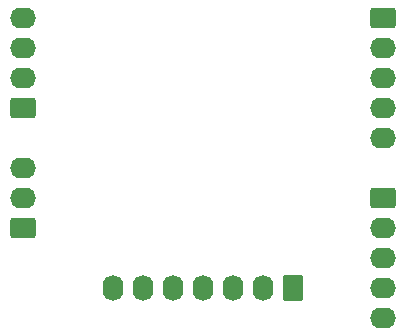
<source format=gbr>
G04 #@! TF.GenerationSoftware,KiCad,Pcbnew,7.0.10*
G04 #@! TF.CreationDate,2024-04-04T22:49:01-05:00*
G04 #@! TF.ProjectId,adapter,61646170-7465-4722-9e6b-696361645f70,rev?*
G04 #@! TF.SameCoordinates,Original*
G04 #@! TF.FileFunction,Soldermask,Bot*
G04 #@! TF.FilePolarity,Negative*
%FSLAX46Y46*%
G04 Gerber Fmt 4.6, Leading zero omitted, Abs format (unit mm)*
G04 Created by KiCad (PCBNEW 7.0.10) date 2024-04-04 22:49:01*
%MOMM*%
%LPD*%
G01*
G04 APERTURE LIST*
G04 Aperture macros list*
%AMRoundRect*
0 Rectangle with rounded corners*
0 $1 Rounding radius*
0 $2 $3 $4 $5 $6 $7 $8 $9 X,Y pos of 4 corners*
0 Add a 4 corners polygon primitive as box body*
4,1,4,$2,$3,$4,$5,$6,$7,$8,$9,$2,$3,0*
0 Add four circle primitives for the rounded corners*
1,1,$1+$1,$2,$3*
1,1,$1+$1,$4,$5*
1,1,$1+$1,$6,$7*
1,1,$1+$1,$8,$9*
0 Add four rect primitives between the rounded corners*
20,1,$1+$1,$2,$3,$4,$5,0*
20,1,$1+$1,$4,$5,$6,$7,0*
20,1,$1+$1,$6,$7,$8,$9,0*
20,1,$1+$1,$8,$9,$2,$3,0*%
G04 Aperture macros list end*
%ADD10RoundRect,0.250000X-0.845000X0.620000X-0.845000X-0.620000X0.845000X-0.620000X0.845000X0.620000X0*%
%ADD11O,2.190000X1.740000*%
%ADD12RoundRect,0.250000X0.620000X0.845000X-0.620000X0.845000X-0.620000X-0.845000X0.620000X-0.845000X0*%
%ADD13O,1.740000X2.190000*%
%ADD14RoundRect,0.250000X0.845000X-0.620000X0.845000X0.620000X-0.845000X0.620000X-0.845000X-0.620000X0*%
G04 APERTURE END LIST*
D10*
G04 #@! TO.C,J4*
X182880000Y-96520000D03*
D11*
X182880000Y-99060000D03*
X182880000Y-101600000D03*
X182880000Y-104140000D03*
X182880000Y-106680000D03*
G04 #@! TD*
D12*
G04 #@! TO.C,J5*
X175260000Y-104140000D03*
D13*
X172720000Y-104140000D03*
X170180000Y-104140000D03*
X167640000Y-104140000D03*
X165100000Y-104140000D03*
X162560000Y-104140000D03*
X160020000Y-104140000D03*
G04 #@! TD*
D10*
G04 #@! TO.C,J1*
X182880000Y-81280000D03*
D11*
X182880000Y-83820000D03*
X182880000Y-86360000D03*
X182880000Y-88900000D03*
X182880000Y-91440000D03*
G04 #@! TD*
D14*
G04 #@! TO.C,J2*
X152400000Y-88900000D03*
D11*
X152400000Y-86360000D03*
X152400000Y-83820000D03*
X152400000Y-81280000D03*
G04 #@! TD*
D14*
G04 #@! TO.C,J3*
X152400000Y-99060000D03*
D11*
X152400000Y-96520000D03*
X152400000Y-93980000D03*
G04 #@! TD*
M02*

</source>
